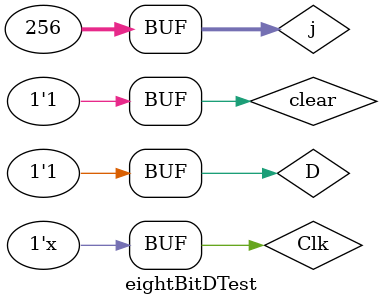
<source format=v>
`timescale 1ns / 1ps

module eightBitDTest();

reg D;
reg Clk;
reg clear;
wire [7:0] Q;
integer j;

EightBitD DUT(.D(D), .Clk(Clk), .clear(clear), .Q(Q));

always #2 Clk = !Clk;

initial
    begin
    Clk = 0; D = 0; clear = 0;
    for(j=0; j<10; j=j+1)
    begin
        #4;
    end
    Clk = 0; D = 0; clear = 1;
    for(j=0; j<10; j=j+1)
    begin
        #4;
    end
    Clk = 0; D = 1; clear = 0;
    for(j=0; j<256; j=j+1)
    begin
        #4;
    end
    Clk = 0; D = 1; clear = 1;
    for(j=0; j<256; j=j+1)
    begin
        #4;
    end  
end
endmodule

</source>
